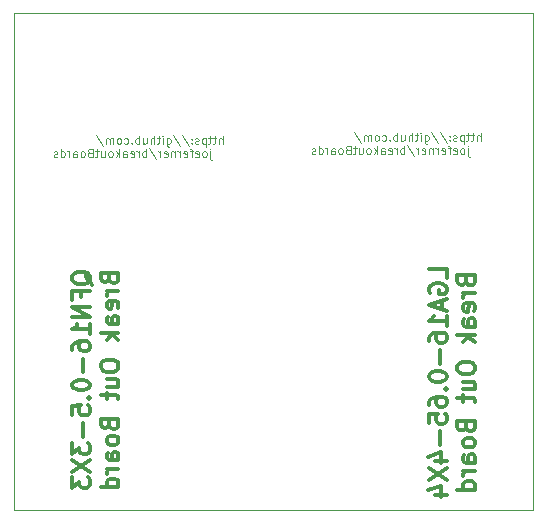
<source format=gbo>
G04 (created by PCBNEW (2013-mar-13)-testing) date Sun 09 Jun 2013 10:01:08 PM EDT*
%MOIN*%
G04 Gerber Fmt 3.4, Leading zero omitted, Abs format*
%FSLAX34Y34*%
G01*
G70*
G90*
G04 APERTURE LIST*
%ADD10C,0.005906*%
%ADD11C,0.011811*%
%ADD12C,0.003937*%
%ADD13C,0.004921*%
G04 APERTURE END LIST*
G54D10*
G54D11*
X69007Y-48087D02*
X69007Y-47806D01*
X68416Y-47806D01*
X68444Y-48593D02*
X68416Y-48537D01*
X68416Y-48453D01*
X68444Y-48368D01*
X68501Y-48312D01*
X68557Y-48284D01*
X68669Y-48256D01*
X68754Y-48256D01*
X68866Y-48284D01*
X68922Y-48312D01*
X68979Y-48368D01*
X69007Y-48453D01*
X69007Y-48509D01*
X68979Y-48593D01*
X68951Y-48622D01*
X68754Y-48622D01*
X68754Y-48509D01*
X68838Y-48847D02*
X68838Y-49128D01*
X69007Y-48790D02*
X68416Y-48987D01*
X69007Y-49184D01*
X69007Y-49690D02*
X69007Y-49353D01*
X69007Y-49521D02*
X68416Y-49521D01*
X68501Y-49465D01*
X68557Y-49409D01*
X68585Y-49353D01*
X68416Y-50196D02*
X68416Y-50084D01*
X68444Y-50028D01*
X68473Y-50000D01*
X68557Y-49943D01*
X68669Y-49915D01*
X68894Y-49915D01*
X68951Y-49943D01*
X68979Y-49971D01*
X69007Y-50028D01*
X69007Y-50140D01*
X68979Y-50196D01*
X68951Y-50224D01*
X68894Y-50253D01*
X68754Y-50253D01*
X68697Y-50224D01*
X68669Y-50196D01*
X68641Y-50140D01*
X68641Y-50028D01*
X68669Y-49971D01*
X68697Y-49943D01*
X68754Y-49915D01*
X68782Y-50506D02*
X68782Y-50956D01*
X68416Y-51349D02*
X68416Y-51406D01*
X68444Y-51462D01*
X68473Y-51490D01*
X68529Y-51518D01*
X68641Y-51546D01*
X68782Y-51546D01*
X68894Y-51518D01*
X68951Y-51490D01*
X68979Y-51462D01*
X69007Y-51406D01*
X69007Y-51349D01*
X68979Y-51293D01*
X68951Y-51265D01*
X68894Y-51237D01*
X68782Y-51209D01*
X68641Y-51209D01*
X68529Y-51237D01*
X68473Y-51265D01*
X68444Y-51293D01*
X68416Y-51349D01*
X68951Y-51799D02*
X68979Y-51827D01*
X69007Y-51799D01*
X68979Y-51771D01*
X68951Y-51799D01*
X69007Y-51799D01*
X68416Y-52334D02*
X68416Y-52221D01*
X68444Y-52165D01*
X68473Y-52137D01*
X68557Y-52080D01*
X68669Y-52052D01*
X68894Y-52052D01*
X68951Y-52080D01*
X68979Y-52109D01*
X69007Y-52165D01*
X69007Y-52277D01*
X68979Y-52334D01*
X68951Y-52362D01*
X68894Y-52390D01*
X68754Y-52390D01*
X68697Y-52362D01*
X68669Y-52334D01*
X68641Y-52277D01*
X68641Y-52165D01*
X68669Y-52109D01*
X68697Y-52080D01*
X68754Y-52052D01*
X68416Y-52924D02*
X68416Y-52643D01*
X68697Y-52615D01*
X68669Y-52643D01*
X68641Y-52699D01*
X68641Y-52840D01*
X68669Y-52896D01*
X68697Y-52924D01*
X68754Y-52952D01*
X68894Y-52952D01*
X68951Y-52924D01*
X68979Y-52896D01*
X69007Y-52840D01*
X69007Y-52699D01*
X68979Y-52643D01*
X68951Y-52615D01*
X68782Y-53205D02*
X68782Y-53655D01*
X68613Y-54190D02*
X69007Y-54190D01*
X68388Y-54049D02*
X68810Y-53908D01*
X68810Y-54274D01*
X68416Y-54443D02*
X69007Y-54836D01*
X68416Y-54836D02*
X69007Y-54443D01*
X68613Y-55314D02*
X69007Y-55314D01*
X68388Y-55174D02*
X68810Y-55033D01*
X68810Y-55399D01*
X69642Y-48200D02*
X69670Y-48284D01*
X69699Y-48312D01*
X69755Y-48340D01*
X69839Y-48340D01*
X69895Y-48312D01*
X69924Y-48284D01*
X69952Y-48228D01*
X69952Y-48003D01*
X69361Y-48003D01*
X69361Y-48200D01*
X69389Y-48256D01*
X69417Y-48284D01*
X69474Y-48312D01*
X69530Y-48312D01*
X69586Y-48284D01*
X69614Y-48256D01*
X69642Y-48200D01*
X69642Y-48003D01*
X69952Y-48593D02*
X69558Y-48593D01*
X69670Y-48593D02*
X69614Y-48622D01*
X69586Y-48650D01*
X69558Y-48706D01*
X69558Y-48762D01*
X69924Y-49184D02*
X69952Y-49128D01*
X69952Y-49015D01*
X69924Y-48959D01*
X69867Y-48931D01*
X69642Y-48931D01*
X69586Y-48959D01*
X69558Y-49015D01*
X69558Y-49128D01*
X69586Y-49184D01*
X69642Y-49212D01*
X69699Y-49212D01*
X69755Y-48931D01*
X69952Y-49718D02*
X69642Y-49718D01*
X69586Y-49690D01*
X69558Y-49634D01*
X69558Y-49521D01*
X69586Y-49465D01*
X69924Y-49718D02*
X69952Y-49662D01*
X69952Y-49521D01*
X69924Y-49465D01*
X69867Y-49437D01*
X69811Y-49437D01*
X69755Y-49465D01*
X69727Y-49521D01*
X69727Y-49662D01*
X69699Y-49718D01*
X69952Y-50000D02*
X69361Y-50000D01*
X69727Y-50056D02*
X69952Y-50224D01*
X69558Y-50224D02*
X69783Y-50000D01*
X69361Y-51040D02*
X69361Y-51152D01*
X69389Y-51209D01*
X69446Y-51265D01*
X69558Y-51293D01*
X69755Y-51293D01*
X69867Y-51265D01*
X69924Y-51209D01*
X69952Y-51152D01*
X69952Y-51040D01*
X69924Y-50984D01*
X69867Y-50928D01*
X69755Y-50899D01*
X69558Y-50899D01*
X69446Y-50928D01*
X69389Y-50984D01*
X69361Y-51040D01*
X69558Y-51799D02*
X69952Y-51799D01*
X69558Y-51546D02*
X69867Y-51546D01*
X69924Y-51574D01*
X69952Y-51631D01*
X69952Y-51715D01*
X69924Y-51771D01*
X69895Y-51799D01*
X69558Y-51996D02*
X69558Y-52221D01*
X69361Y-52080D02*
X69867Y-52080D01*
X69924Y-52109D01*
X69952Y-52165D01*
X69952Y-52221D01*
X69642Y-53065D02*
X69670Y-53149D01*
X69699Y-53177D01*
X69755Y-53205D01*
X69839Y-53205D01*
X69895Y-53177D01*
X69924Y-53149D01*
X69952Y-53093D01*
X69952Y-52868D01*
X69361Y-52868D01*
X69361Y-53065D01*
X69389Y-53121D01*
X69417Y-53149D01*
X69474Y-53177D01*
X69530Y-53177D01*
X69586Y-53149D01*
X69614Y-53121D01*
X69642Y-53065D01*
X69642Y-52868D01*
X69952Y-53543D02*
X69924Y-53487D01*
X69895Y-53458D01*
X69839Y-53430D01*
X69670Y-53430D01*
X69614Y-53458D01*
X69586Y-53487D01*
X69558Y-53543D01*
X69558Y-53627D01*
X69586Y-53683D01*
X69614Y-53712D01*
X69670Y-53740D01*
X69839Y-53740D01*
X69895Y-53712D01*
X69924Y-53683D01*
X69952Y-53627D01*
X69952Y-53543D01*
X69952Y-54246D02*
X69642Y-54246D01*
X69586Y-54218D01*
X69558Y-54161D01*
X69558Y-54049D01*
X69586Y-53993D01*
X69924Y-54246D02*
X69952Y-54190D01*
X69952Y-54049D01*
X69924Y-53993D01*
X69867Y-53965D01*
X69811Y-53965D01*
X69755Y-53993D01*
X69727Y-54049D01*
X69727Y-54190D01*
X69699Y-54246D01*
X69952Y-54527D02*
X69558Y-54527D01*
X69670Y-54527D02*
X69614Y-54555D01*
X69586Y-54583D01*
X69558Y-54640D01*
X69558Y-54696D01*
X69952Y-55146D02*
X69361Y-55146D01*
X69924Y-55146D02*
X69952Y-55089D01*
X69952Y-54977D01*
X69924Y-54921D01*
X69895Y-54893D01*
X69839Y-54865D01*
X69670Y-54865D01*
X69614Y-54893D01*
X69586Y-54921D01*
X69558Y-54977D01*
X69558Y-55089D01*
X69586Y-55146D01*
X57173Y-48318D02*
X57145Y-48262D01*
X57089Y-48205D01*
X57005Y-48121D01*
X56976Y-48065D01*
X56976Y-48008D01*
X57117Y-48037D02*
X57089Y-47980D01*
X57033Y-47924D01*
X56920Y-47896D01*
X56723Y-47896D01*
X56611Y-47924D01*
X56555Y-47980D01*
X56526Y-48037D01*
X56526Y-48149D01*
X56555Y-48205D01*
X56611Y-48262D01*
X56723Y-48290D01*
X56920Y-48290D01*
X57033Y-48262D01*
X57089Y-48205D01*
X57117Y-48149D01*
X57117Y-48037D01*
X56808Y-48740D02*
X56808Y-48543D01*
X57117Y-48543D02*
X56526Y-48543D01*
X56526Y-48824D01*
X57117Y-49049D02*
X56526Y-49049D01*
X57117Y-49386D01*
X56526Y-49386D01*
X57117Y-49977D02*
X57117Y-49640D01*
X57117Y-49808D02*
X56526Y-49808D01*
X56611Y-49752D01*
X56667Y-49696D01*
X56695Y-49640D01*
X56526Y-50483D02*
X56526Y-50371D01*
X56555Y-50314D01*
X56583Y-50286D01*
X56667Y-50230D01*
X56780Y-50202D01*
X57005Y-50202D01*
X57061Y-50230D01*
X57089Y-50258D01*
X57117Y-50314D01*
X57117Y-50427D01*
X57089Y-50483D01*
X57061Y-50511D01*
X57005Y-50539D01*
X56864Y-50539D01*
X56808Y-50511D01*
X56780Y-50483D01*
X56751Y-50427D01*
X56751Y-50314D01*
X56780Y-50258D01*
X56808Y-50230D01*
X56864Y-50202D01*
X56892Y-50793D02*
X56892Y-51242D01*
X56526Y-51636D02*
X56526Y-51692D01*
X56555Y-51749D01*
X56583Y-51777D01*
X56639Y-51805D01*
X56751Y-51833D01*
X56892Y-51833D01*
X57005Y-51805D01*
X57061Y-51777D01*
X57089Y-51749D01*
X57117Y-51692D01*
X57117Y-51636D01*
X57089Y-51580D01*
X57061Y-51552D01*
X57005Y-51524D01*
X56892Y-51496D01*
X56751Y-51496D01*
X56639Y-51524D01*
X56583Y-51552D01*
X56555Y-51580D01*
X56526Y-51636D01*
X57061Y-52086D02*
X57089Y-52114D01*
X57117Y-52086D01*
X57089Y-52058D01*
X57061Y-52086D01*
X57117Y-52086D01*
X56526Y-52649D02*
X56526Y-52367D01*
X56808Y-52339D01*
X56780Y-52367D01*
X56751Y-52424D01*
X56751Y-52564D01*
X56780Y-52620D01*
X56808Y-52649D01*
X56864Y-52677D01*
X57005Y-52677D01*
X57061Y-52649D01*
X57089Y-52620D01*
X57117Y-52564D01*
X57117Y-52424D01*
X57089Y-52367D01*
X57061Y-52339D01*
X56892Y-52930D02*
X56892Y-53380D01*
X56526Y-53605D02*
X56526Y-53970D01*
X56751Y-53773D01*
X56751Y-53858D01*
X56780Y-53914D01*
X56808Y-53942D01*
X56864Y-53970D01*
X57005Y-53970D01*
X57061Y-53942D01*
X57089Y-53914D01*
X57117Y-53858D01*
X57117Y-53689D01*
X57089Y-53633D01*
X57061Y-53605D01*
X56526Y-54167D02*
X57117Y-54561D01*
X56526Y-54561D02*
X57117Y-54167D01*
X56526Y-54730D02*
X56526Y-55095D01*
X56751Y-54898D01*
X56751Y-54983D01*
X56780Y-55039D01*
X56808Y-55067D01*
X56864Y-55095D01*
X57005Y-55095D01*
X57061Y-55067D01*
X57089Y-55039D01*
X57117Y-54983D01*
X57117Y-54814D01*
X57089Y-54758D01*
X57061Y-54730D01*
X57753Y-48121D02*
X57781Y-48205D01*
X57809Y-48233D01*
X57865Y-48262D01*
X57949Y-48262D01*
X58006Y-48233D01*
X58034Y-48205D01*
X58062Y-48149D01*
X58062Y-47924D01*
X57471Y-47924D01*
X57471Y-48121D01*
X57500Y-48177D01*
X57528Y-48205D01*
X57584Y-48233D01*
X57640Y-48233D01*
X57696Y-48205D01*
X57724Y-48177D01*
X57753Y-48121D01*
X57753Y-47924D01*
X58062Y-48515D02*
X57668Y-48515D01*
X57781Y-48515D02*
X57724Y-48543D01*
X57696Y-48571D01*
X57668Y-48627D01*
X57668Y-48683D01*
X58034Y-49105D02*
X58062Y-49049D01*
X58062Y-48937D01*
X58034Y-48880D01*
X57978Y-48852D01*
X57753Y-48852D01*
X57696Y-48880D01*
X57668Y-48937D01*
X57668Y-49049D01*
X57696Y-49105D01*
X57753Y-49133D01*
X57809Y-49133D01*
X57865Y-48852D01*
X58062Y-49640D02*
X57753Y-49640D01*
X57696Y-49611D01*
X57668Y-49555D01*
X57668Y-49443D01*
X57696Y-49386D01*
X58034Y-49640D02*
X58062Y-49583D01*
X58062Y-49443D01*
X58034Y-49386D01*
X57978Y-49358D01*
X57921Y-49358D01*
X57865Y-49386D01*
X57837Y-49443D01*
X57837Y-49583D01*
X57809Y-49640D01*
X58062Y-49921D02*
X57471Y-49921D01*
X57837Y-49977D02*
X58062Y-50146D01*
X57668Y-50146D02*
X57893Y-49921D01*
X57471Y-50961D02*
X57471Y-51074D01*
X57500Y-51130D01*
X57556Y-51186D01*
X57668Y-51214D01*
X57865Y-51214D01*
X57978Y-51186D01*
X58034Y-51130D01*
X58062Y-51074D01*
X58062Y-50961D01*
X58034Y-50905D01*
X57978Y-50849D01*
X57865Y-50821D01*
X57668Y-50821D01*
X57556Y-50849D01*
X57500Y-50905D01*
X57471Y-50961D01*
X57668Y-51721D02*
X58062Y-51721D01*
X57668Y-51467D02*
X57978Y-51467D01*
X58034Y-51496D01*
X58062Y-51552D01*
X58062Y-51636D01*
X58034Y-51692D01*
X58006Y-51721D01*
X57668Y-51917D02*
X57668Y-52142D01*
X57471Y-52002D02*
X57978Y-52002D01*
X58034Y-52030D01*
X58062Y-52086D01*
X58062Y-52142D01*
X57753Y-52986D02*
X57781Y-53070D01*
X57809Y-53098D01*
X57865Y-53127D01*
X57949Y-53127D01*
X58006Y-53098D01*
X58034Y-53070D01*
X58062Y-53014D01*
X58062Y-52789D01*
X57471Y-52789D01*
X57471Y-52986D01*
X57500Y-53042D01*
X57528Y-53070D01*
X57584Y-53098D01*
X57640Y-53098D01*
X57696Y-53070D01*
X57724Y-53042D01*
X57753Y-52986D01*
X57753Y-52789D01*
X58062Y-53464D02*
X58034Y-53408D01*
X58006Y-53380D01*
X57949Y-53352D01*
X57781Y-53352D01*
X57724Y-53380D01*
X57696Y-53408D01*
X57668Y-53464D01*
X57668Y-53548D01*
X57696Y-53605D01*
X57724Y-53633D01*
X57781Y-53661D01*
X57949Y-53661D01*
X58006Y-53633D01*
X58034Y-53605D01*
X58062Y-53548D01*
X58062Y-53464D01*
X58062Y-54167D02*
X57753Y-54167D01*
X57696Y-54139D01*
X57668Y-54083D01*
X57668Y-53970D01*
X57696Y-53914D01*
X58034Y-54167D02*
X58062Y-54111D01*
X58062Y-53970D01*
X58034Y-53914D01*
X57978Y-53886D01*
X57921Y-53886D01*
X57865Y-53914D01*
X57837Y-53970D01*
X57837Y-54111D01*
X57809Y-54167D01*
X58062Y-54448D02*
X57668Y-54448D01*
X57781Y-54448D02*
X57724Y-54476D01*
X57696Y-54505D01*
X57668Y-54561D01*
X57668Y-54617D01*
X58062Y-55067D02*
X57471Y-55067D01*
X58034Y-55067D02*
X58062Y-55011D01*
X58062Y-54898D01*
X58034Y-54842D01*
X58006Y-54814D01*
X57949Y-54786D01*
X57781Y-54786D01*
X57724Y-54814D01*
X57696Y-54842D01*
X57668Y-54898D01*
X57668Y-55011D01*
X57696Y-55067D01*
G54D12*
X54566Y-55826D02*
X71870Y-55826D01*
X54566Y-39251D02*
X54566Y-55826D01*
X71870Y-39251D02*
X71870Y-55826D01*
X54566Y-39251D02*
X71870Y-39251D01*
G54D13*
X70132Y-43524D02*
X70132Y-43249D01*
X70014Y-43524D02*
X70014Y-43380D01*
X70027Y-43354D01*
X70054Y-43340D01*
X70093Y-43340D01*
X70119Y-43354D01*
X70132Y-43367D01*
X69922Y-43340D02*
X69817Y-43340D01*
X69883Y-43249D02*
X69883Y-43485D01*
X69870Y-43511D01*
X69844Y-43524D01*
X69817Y-43524D01*
X69765Y-43340D02*
X69660Y-43340D01*
X69725Y-43249D02*
X69725Y-43485D01*
X69712Y-43511D01*
X69686Y-43524D01*
X69660Y-43524D01*
X69568Y-43340D02*
X69568Y-43616D01*
X69568Y-43354D02*
X69542Y-43340D01*
X69489Y-43340D01*
X69463Y-43354D01*
X69450Y-43367D01*
X69437Y-43393D01*
X69437Y-43472D01*
X69450Y-43498D01*
X69463Y-43511D01*
X69489Y-43524D01*
X69542Y-43524D01*
X69568Y-43511D01*
X69332Y-43511D02*
X69306Y-43524D01*
X69253Y-43524D01*
X69227Y-43511D01*
X69214Y-43485D01*
X69214Y-43472D01*
X69227Y-43445D01*
X69253Y-43432D01*
X69292Y-43432D01*
X69319Y-43419D01*
X69332Y-43393D01*
X69332Y-43380D01*
X69319Y-43354D01*
X69292Y-43340D01*
X69253Y-43340D01*
X69227Y-43354D01*
X69096Y-43498D02*
X69082Y-43511D01*
X69096Y-43524D01*
X69109Y-43511D01*
X69096Y-43498D01*
X69096Y-43524D01*
X69096Y-43354D02*
X69082Y-43367D01*
X69096Y-43380D01*
X69109Y-43367D01*
X69096Y-43354D01*
X69096Y-43380D01*
X68767Y-43235D02*
X69004Y-43590D01*
X68479Y-43235D02*
X68715Y-43590D01*
X68269Y-43340D02*
X68269Y-43564D01*
X68282Y-43590D01*
X68295Y-43603D01*
X68321Y-43616D01*
X68361Y-43616D01*
X68387Y-43603D01*
X68269Y-43511D02*
X68295Y-43524D01*
X68348Y-43524D01*
X68374Y-43511D01*
X68387Y-43498D01*
X68400Y-43472D01*
X68400Y-43393D01*
X68387Y-43367D01*
X68374Y-43354D01*
X68348Y-43340D01*
X68295Y-43340D01*
X68269Y-43354D01*
X68138Y-43524D02*
X68138Y-43340D01*
X68138Y-43249D02*
X68151Y-43262D01*
X68138Y-43275D01*
X68124Y-43262D01*
X68138Y-43249D01*
X68138Y-43275D01*
X68046Y-43340D02*
X67941Y-43340D01*
X68006Y-43249D02*
X68006Y-43485D01*
X67993Y-43511D01*
X67967Y-43524D01*
X67941Y-43524D01*
X67849Y-43524D02*
X67849Y-43249D01*
X67731Y-43524D02*
X67731Y-43380D01*
X67744Y-43354D01*
X67770Y-43340D01*
X67809Y-43340D01*
X67836Y-43354D01*
X67849Y-43367D01*
X67481Y-43340D02*
X67481Y-43524D01*
X67600Y-43340D02*
X67600Y-43485D01*
X67586Y-43511D01*
X67560Y-43524D01*
X67521Y-43524D01*
X67495Y-43511D01*
X67481Y-43498D01*
X67350Y-43524D02*
X67350Y-43249D01*
X67350Y-43354D02*
X67324Y-43340D01*
X67271Y-43340D01*
X67245Y-43354D01*
X67232Y-43367D01*
X67219Y-43393D01*
X67219Y-43472D01*
X67232Y-43498D01*
X67245Y-43511D01*
X67271Y-43524D01*
X67324Y-43524D01*
X67350Y-43511D01*
X67101Y-43498D02*
X67088Y-43511D01*
X67101Y-43524D01*
X67114Y-43511D01*
X67101Y-43498D01*
X67101Y-43524D01*
X66851Y-43511D02*
X66878Y-43524D01*
X66930Y-43524D01*
X66956Y-43511D01*
X66970Y-43498D01*
X66983Y-43472D01*
X66983Y-43393D01*
X66970Y-43367D01*
X66956Y-43354D01*
X66930Y-43340D01*
X66878Y-43340D01*
X66851Y-43354D01*
X66694Y-43524D02*
X66720Y-43511D01*
X66733Y-43498D01*
X66746Y-43472D01*
X66746Y-43393D01*
X66733Y-43367D01*
X66720Y-43354D01*
X66694Y-43340D01*
X66655Y-43340D01*
X66628Y-43354D01*
X66615Y-43367D01*
X66602Y-43393D01*
X66602Y-43472D01*
X66615Y-43498D01*
X66628Y-43511D01*
X66655Y-43524D01*
X66694Y-43524D01*
X66484Y-43524D02*
X66484Y-43340D01*
X66484Y-43367D02*
X66471Y-43354D01*
X66445Y-43340D01*
X66405Y-43340D01*
X66379Y-43354D01*
X66366Y-43380D01*
X66366Y-43524D01*
X66366Y-43380D02*
X66353Y-43354D01*
X66327Y-43340D01*
X66287Y-43340D01*
X66261Y-43354D01*
X66248Y-43380D01*
X66248Y-43524D01*
X65920Y-43235D02*
X66156Y-43590D01*
X69712Y-43775D02*
X69712Y-44012D01*
X69725Y-44038D01*
X69752Y-44051D01*
X69765Y-44051D01*
X69712Y-43684D02*
X69725Y-43697D01*
X69712Y-43710D01*
X69699Y-43697D01*
X69712Y-43684D01*
X69712Y-43710D01*
X69542Y-43959D02*
X69568Y-43946D01*
X69581Y-43933D01*
X69594Y-43907D01*
X69594Y-43828D01*
X69581Y-43802D01*
X69568Y-43789D01*
X69542Y-43775D01*
X69502Y-43775D01*
X69476Y-43789D01*
X69463Y-43802D01*
X69450Y-43828D01*
X69450Y-43907D01*
X69463Y-43933D01*
X69476Y-43946D01*
X69502Y-43959D01*
X69542Y-43959D01*
X69227Y-43946D02*
X69253Y-43959D01*
X69306Y-43959D01*
X69332Y-43946D01*
X69345Y-43920D01*
X69345Y-43815D01*
X69332Y-43789D01*
X69306Y-43775D01*
X69253Y-43775D01*
X69227Y-43789D01*
X69214Y-43815D01*
X69214Y-43841D01*
X69345Y-43867D01*
X69135Y-43775D02*
X69030Y-43775D01*
X69096Y-43959D02*
X69096Y-43723D01*
X69082Y-43697D01*
X69056Y-43684D01*
X69030Y-43684D01*
X68833Y-43946D02*
X68859Y-43959D01*
X68912Y-43959D01*
X68938Y-43946D01*
X68951Y-43920D01*
X68951Y-43815D01*
X68938Y-43789D01*
X68912Y-43775D01*
X68859Y-43775D01*
X68833Y-43789D01*
X68820Y-43815D01*
X68820Y-43841D01*
X68951Y-43867D01*
X68702Y-43959D02*
X68702Y-43775D01*
X68702Y-43828D02*
X68689Y-43802D01*
X68676Y-43789D01*
X68649Y-43775D01*
X68623Y-43775D01*
X68531Y-43775D02*
X68531Y-43959D01*
X68531Y-43802D02*
X68518Y-43789D01*
X68492Y-43775D01*
X68453Y-43775D01*
X68426Y-43789D01*
X68413Y-43815D01*
X68413Y-43959D01*
X68177Y-43946D02*
X68203Y-43959D01*
X68256Y-43959D01*
X68282Y-43946D01*
X68295Y-43920D01*
X68295Y-43815D01*
X68282Y-43789D01*
X68256Y-43775D01*
X68203Y-43775D01*
X68177Y-43789D01*
X68164Y-43815D01*
X68164Y-43841D01*
X68295Y-43867D01*
X68046Y-43959D02*
X68046Y-43775D01*
X68046Y-43828D02*
X68033Y-43802D01*
X68019Y-43789D01*
X67993Y-43775D01*
X67967Y-43775D01*
X67678Y-43670D02*
X67914Y-44025D01*
X67586Y-43959D02*
X67586Y-43684D01*
X67586Y-43789D02*
X67560Y-43775D01*
X67508Y-43775D01*
X67481Y-43789D01*
X67468Y-43802D01*
X67455Y-43828D01*
X67455Y-43907D01*
X67468Y-43933D01*
X67481Y-43946D01*
X67508Y-43959D01*
X67560Y-43959D01*
X67586Y-43946D01*
X67337Y-43959D02*
X67337Y-43775D01*
X67337Y-43828D02*
X67324Y-43802D01*
X67311Y-43789D01*
X67285Y-43775D01*
X67258Y-43775D01*
X67061Y-43946D02*
X67088Y-43959D01*
X67140Y-43959D01*
X67166Y-43946D01*
X67180Y-43920D01*
X67180Y-43815D01*
X67166Y-43789D01*
X67140Y-43775D01*
X67088Y-43775D01*
X67061Y-43789D01*
X67048Y-43815D01*
X67048Y-43841D01*
X67180Y-43867D01*
X66812Y-43959D02*
X66812Y-43815D01*
X66825Y-43789D01*
X66851Y-43775D01*
X66904Y-43775D01*
X66930Y-43789D01*
X66812Y-43946D02*
X66838Y-43959D01*
X66904Y-43959D01*
X66930Y-43946D01*
X66943Y-43920D01*
X66943Y-43894D01*
X66930Y-43867D01*
X66904Y-43854D01*
X66838Y-43854D01*
X66812Y-43841D01*
X66681Y-43959D02*
X66681Y-43684D01*
X66655Y-43854D02*
X66576Y-43959D01*
X66576Y-43775D02*
X66681Y-43880D01*
X66418Y-43959D02*
X66445Y-43946D01*
X66458Y-43933D01*
X66471Y-43907D01*
X66471Y-43828D01*
X66458Y-43802D01*
X66445Y-43789D01*
X66418Y-43775D01*
X66379Y-43775D01*
X66353Y-43789D01*
X66340Y-43802D01*
X66327Y-43828D01*
X66327Y-43907D01*
X66340Y-43933D01*
X66353Y-43946D01*
X66379Y-43959D01*
X66418Y-43959D01*
X66090Y-43775D02*
X66090Y-43959D01*
X66208Y-43775D02*
X66208Y-43920D01*
X66195Y-43946D01*
X66169Y-43959D01*
X66130Y-43959D01*
X66103Y-43946D01*
X66090Y-43933D01*
X65998Y-43775D02*
X65893Y-43775D01*
X65959Y-43684D02*
X65959Y-43920D01*
X65946Y-43946D01*
X65920Y-43959D01*
X65893Y-43959D01*
X65710Y-43815D02*
X65670Y-43828D01*
X65657Y-43841D01*
X65644Y-43867D01*
X65644Y-43907D01*
X65657Y-43933D01*
X65670Y-43946D01*
X65697Y-43959D01*
X65802Y-43959D01*
X65802Y-43684D01*
X65710Y-43684D01*
X65683Y-43697D01*
X65670Y-43710D01*
X65657Y-43736D01*
X65657Y-43762D01*
X65670Y-43789D01*
X65683Y-43802D01*
X65710Y-43815D01*
X65802Y-43815D01*
X65487Y-43959D02*
X65513Y-43946D01*
X65526Y-43933D01*
X65539Y-43907D01*
X65539Y-43828D01*
X65526Y-43802D01*
X65513Y-43789D01*
X65487Y-43775D01*
X65447Y-43775D01*
X65421Y-43789D01*
X65408Y-43802D01*
X65395Y-43828D01*
X65395Y-43907D01*
X65408Y-43933D01*
X65421Y-43946D01*
X65447Y-43959D01*
X65487Y-43959D01*
X65159Y-43959D02*
X65159Y-43815D01*
X65172Y-43789D01*
X65198Y-43775D01*
X65250Y-43775D01*
X65277Y-43789D01*
X65159Y-43946D02*
X65185Y-43959D01*
X65250Y-43959D01*
X65277Y-43946D01*
X65290Y-43920D01*
X65290Y-43894D01*
X65277Y-43867D01*
X65250Y-43854D01*
X65185Y-43854D01*
X65159Y-43841D01*
X65027Y-43959D02*
X65027Y-43775D01*
X65027Y-43828D02*
X65014Y-43802D01*
X65001Y-43789D01*
X64975Y-43775D01*
X64949Y-43775D01*
X64739Y-43959D02*
X64739Y-43684D01*
X64739Y-43946D02*
X64765Y-43959D01*
X64817Y-43959D01*
X64844Y-43946D01*
X64857Y-43933D01*
X64870Y-43907D01*
X64870Y-43828D01*
X64857Y-43802D01*
X64844Y-43789D01*
X64817Y-43775D01*
X64765Y-43775D01*
X64739Y-43789D01*
X64620Y-43946D02*
X64594Y-43959D01*
X64542Y-43959D01*
X64516Y-43946D01*
X64502Y-43920D01*
X64502Y-43907D01*
X64516Y-43880D01*
X64542Y-43867D01*
X64581Y-43867D01*
X64607Y-43854D01*
X64620Y-43828D01*
X64620Y-43815D01*
X64607Y-43789D01*
X64581Y-43775D01*
X64542Y-43775D01*
X64516Y-43789D01*
X61534Y-43624D02*
X61534Y-43349D01*
X61416Y-43624D02*
X61416Y-43480D01*
X61429Y-43454D01*
X61455Y-43440D01*
X61495Y-43440D01*
X61521Y-43454D01*
X61534Y-43467D01*
X61324Y-43440D02*
X61219Y-43440D01*
X61285Y-43349D02*
X61285Y-43585D01*
X61271Y-43611D01*
X61245Y-43624D01*
X61219Y-43624D01*
X61166Y-43440D02*
X61061Y-43440D01*
X61127Y-43349D02*
X61127Y-43585D01*
X61114Y-43611D01*
X61088Y-43624D01*
X61061Y-43624D01*
X60970Y-43440D02*
X60970Y-43716D01*
X60970Y-43454D02*
X60943Y-43440D01*
X60891Y-43440D01*
X60865Y-43454D01*
X60851Y-43467D01*
X60838Y-43493D01*
X60838Y-43572D01*
X60851Y-43598D01*
X60865Y-43611D01*
X60891Y-43624D01*
X60943Y-43624D01*
X60970Y-43611D01*
X60733Y-43611D02*
X60707Y-43624D01*
X60655Y-43624D01*
X60628Y-43611D01*
X60615Y-43585D01*
X60615Y-43572D01*
X60628Y-43545D01*
X60655Y-43532D01*
X60694Y-43532D01*
X60720Y-43519D01*
X60733Y-43493D01*
X60733Y-43480D01*
X60720Y-43454D01*
X60694Y-43440D01*
X60655Y-43440D01*
X60628Y-43454D01*
X60497Y-43598D02*
X60484Y-43611D01*
X60497Y-43624D01*
X60510Y-43611D01*
X60497Y-43598D01*
X60497Y-43624D01*
X60497Y-43454D02*
X60484Y-43467D01*
X60497Y-43480D01*
X60510Y-43467D01*
X60497Y-43454D01*
X60497Y-43480D01*
X60169Y-43335D02*
X60405Y-43690D01*
X59880Y-43335D02*
X60117Y-43690D01*
X59670Y-43440D02*
X59670Y-43664D01*
X59683Y-43690D01*
X59697Y-43703D01*
X59723Y-43716D01*
X59762Y-43716D01*
X59788Y-43703D01*
X59670Y-43611D02*
X59697Y-43624D01*
X59749Y-43624D01*
X59775Y-43611D01*
X59788Y-43598D01*
X59802Y-43572D01*
X59802Y-43493D01*
X59788Y-43467D01*
X59775Y-43454D01*
X59749Y-43440D01*
X59697Y-43440D01*
X59670Y-43454D01*
X59539Y-43624D02*
X59539Y-43440D01*
X59539Y-43349D02*
X59552Y-43362D01*
X59539Y-43375D01*
X59526Y-43362D01*
X59539Y-43349D01*
X59539Y-43375D01*
X59447Y-43440D02*
X59342Y-43440D01*
X59408Y-43349D02*
X59408Y-43585D01*
X59395Y-43611D01*
X59369Y-43624D01*
X59342Y-43624D01*
X59250Y-43624D02*
X59250Y-43349D01*
X59132Y-43624D02*
X59132Y-43480D01*
X59145Y-43454D01*
X59172Y-43440D01*
X59211Y-43440D01*
X59237Y-43454D01*
X59250Y-43467D01*
X58883Y-43440D02*
X58883Y-43624D01*
X59001Y-43440D02*
X59001Y-43585D01*
X58988Y-43611D01*
X58962Y-43624D01*
X58922Y-43624D01*
X58896Y-43611D01*
X58883Y-43598D01*
X58752Y-43624D02*
X58752Y-43349D01*
X58752Y-43454D02*
X58725Y-43440D01*
X58673Y-43440D01*
X58647Y-43454D01*
X58634Y-43467D01*
X58620Y-43493D01*
X58620Y-43572D01*
X58634Y-43598D01*
X58647Y-43611D01*
X58673Y-43624D01*
X58725Y-43624D01*
X58752Y-43611D01*
X58502Y-43598D02*
X58489Y-43611D01*
X58502Y-43624D01*
X58516Y-43611D01*
X58502Y-43598D01*
X58502Y-43624D01*
X58253Y-43611D02*
X58279Y-43624D01*
X58332Y-43624D01*
X58358Y-43611D01*
X58371Y-43598D01*
X58384Y-43572D01*
X58384Y-43493D01*
X58371Y-43467D01*
X58358Y-43454D01*
X58332Y-43440D01*
X58279Y-43440D01*
X58253Y-43454D01*
X58096Y-43624D02*
X58122Y-43611D01*
X58135Y-43598D01*
X58148Y-43572D01*
X58148Y-43493D01*
X58135Y-43467D01*
X58122Y-43454D01*
X58096Y-43440D01*
X58056Y-43440D01*
X58030Y-43454D01*
X58017Y-43467D01*
X58004Y-43493D01*
X58004Y-43572D01*
X58017Y-43598D01*
X58030Y-43611D01*
X58056Y-43624D01*
X58096Y-43624D01*
X57886Y-43624D02*
X57886Y-43440D01*
X57886Y-43467D02*
X57872Y-43454D01*
X57846Y-43440D01*
X57807Y-43440D01*
X57781Y-43454D01*
X57767Y-43480D01*
X57767Y-43624D01*
X57767Y-43480D02*
X57754Y-43454D01*
X57728Y-43440D01*
X57689Y-43440D01*
X57662Y-43454D01*
X57649Y-43480D01*
X57649Y-43624D01*
X57321Y-43335D02*
X57558Y-43690D01*
X61114Y-43875D02*
X61114Y-44112D01*
X61127Y-44138D01*
X61153Y-44151D01*
X61166Y-44151D01*
X61114Y-43784D02*
X61127Y-43797D01*
X61114Y-43810D01*
X61101Y-43797D01*
X61114Y-43784D01*
X61114Y-43810D01*
X60943Y-44059D02*
X60970Y-44046D01*
X60983Y-44033D01*
X60996Y-44007D01*
X60996Y-43928D01*
X60983Y-43902D01*
X60970Y-43889D01*
X60943Y-43875D01*
X60904Y-43875D01*
X60878Y-43889D01*
X60865Y-43902D01*
X60851Y-43928D01*
X60851Y-44007D01*
X60865Y-44033D01*
X60878Y-44046D01*
X60904Y-44059D01*
X60943Y-44059D01*
X60628Y-44046D02*
X60655Y-44059D01*
X60707Y-44059D01*
X60733Y-44046D01*
X60746Y-44020D01*
X60746Y-43915D01*
X60733Y-43889D01*
X60707Y-43875D01*
X60655Y-43875D01*
X60628Y-43889D01*
X60615Y-43915D01*
X60615Y-43941D01*
X60746Y-43967D01*
X60537Y-43875D02*
X60432Y-43875D01*
X60497Y-44059D02*
X60497Y-43823D01*
X60484Y-43797D01*
X60458Y-43784D01*
X60432Y-43784D01*
X60235Y-44046D02*
X60261Y-44059D01*
X60313Y-44059D01*
X60340Y-44046D01*
X60353Y-44020D01*
X60353Y-43915D01*
X60340Y-43889D01*
X60313Y-43875D01*
X60261Y-43875D01*
X60235Y-43889D01*
X60222Y-43915D01*
X60222Y-43941D01*
X60353Y-43967D01*
X60103Y-44059D02*
X60103Y-43875D01*
X60103Y-43928D02*
X60090Y-43902D01*
X60077Y-43889D01*
X60051Y-43875D01*
X60025Y-43875D01*
X59933Y-43875D02*
X59933Y-44059D01*
X59933Y-43902D02*
X59920Y-43889D01*
X59893Y-43875D01*
X59854Y-43875D01*
X59828Y-43889D01*
X59815Y-43915D01*
X59815Y-44059D01*
X59579Y-44046D02*
X59605Y-44059D01*
X59657Y-44059D01*
X59683Y-44046D01*
X59697Y-44020D01*
X59697Y-43915D01*
X59683Y-43889D01*
X59657Y-43875D01*
X59605Y-43875D01*
X59579Y-43889D01*
X59565Y-43915D01*
X59565Y-43941D01*
X59697Y-43967D01*
X59447Y-44059D02*
X59447Y-43875D01*
X59447Y-43928D02*
X59434Y-43902D01*
X59421Y-43889D01*
X59395Y-43875D01*
X59369Y-43875D01*
X59080Y-43770D02*
X59316Y-44125D01*
X58988Y-44059D02*
X58988Y-43784D01*
X58988Y-43889D02*
X58962Y-43875D01*
X58909Y-43875D01*
X58883Y-43889D01*
X58870Y-43902D01*
X58857Y-43928D01*
X58857Y-44007D01*
X58870Y-44033D01*
X58883Y-44046D01*
X58909Y-44059D01*
X58962Y-44059D01*
X58988Y-44046D01*
X58739Y-44059D02*
X58739Y-43875D01*
X58739Y-43928D02*
X58725Y-43902D01*
X58712Y-43889D01*
X58686Y-43875D01*
X58660Y-43875D01*
X58463Y-44046D02*
X58489Y-44059D01*
X58542Y-44059D01*
X58568Y-44046D01*
X58581Y-44020D01*
X58581Y-43915D01*
X58568Y-43889D01*
X58542Y-43875D01*
X58489Y-43875D01*
X58463Y-43889D01*
X58450Y-43915D01*
X58450Y-43941D01*
X58581Y-43967D01*
X58214Y-44059D02*
X58214Y-43915D01*
X58227Y-43889D01*
X58253Y-43875D01*
X58306Y-43875D01*
X58332Y-43889D01*
X58214Y-44046D02*
X58240Y-44059D01*
X58306Y-44059D01*
X58332Y-44046D01*
X58345Y-44020D01*
X58345Y-43994D01*
X58332Y-43967D01*
X58306Y-43954D01*
X58240Y-43954D01*
X58214Y-43941D01*
X58082Y-44059D02*
X58082Y-43784D01*
X58056Y-43954D02*
X57977Y-44059D01*
X57977Y-43875D02*
X58082Y-43980D01*
X57820Y-44059D02*
X57846Y-44046D01*
X57859Y-44033D01*
X57872Y-44007D01*
X57872Y-43928D01*
X57859Y-43902D01*
X57846Y-43889D01*
X57820Y-43875D01*
X57781Y-43875D01*
X57754Y-43889D01*
X57741Y-43902D01*
X57728Y-43928D01*
X57728Y-44007D01*
X57741Y-44033D01*
X57754Y-44046D01*
X57781Y-44059D01*
X57820Y-44059D01*
X57492Y-43875D02*
X57492Y-44059D01*
X57610Y-43875D02*
X57610Y-44020D01*
X57597Y-44046D01*
X57571Y-44059D01*
X57531Y-44059D01*
X57505Y-44046D01*
X57492Y-44033D01*
X57400Y-43875D02*
X57295Y-43875D01*
X57361Y-43784D02*
X57361Y-44020D01*
X57348Y-44046D01*
X57321Y-44059D01*
X57295Y-44059D01*
X57111Y-43915D02*
X57072Y-43928D01*
X57059Y-43941D01*
X57046Y-43967D01*
X57046Y-44007D01*
X57059Y-44033D01*
X57072Y-44046D01*
X57098Y-44059D01*
X57203Y-44059D01*
X57203Y-43784D01*
X57111Y-43784D01*
X57085Y-43797D01*
X57072Y-43810D01*
X57059Y-43836D01*
X57059Y-43862D01*
X57072Y-43889D01*
X57085Y-43902D01*
X57111Y-43915D01*
X57203Y-43915D01*
X56888Y-44059D02*
X56914Y-44046D01*
X56928Y-44033D01*
X56941Y-44007D01*
X56941Y-43928D01*
X56928Y-43902D01*
X56914Y-43889D01*
X56888Y-43875D01*
X56849Y-43875D01*
X56823Y-43889D01*
X56809Y-43902D01*
X56796Y-43928D01*
X56796Y-44007D01*
X56809Y-44033D01*
X56823Y-44046D01*
X56849Y-44059D01*
X56888Y-44059D01*
X56560Y-44059D02*
X56560Y-43915D01*
X56573Y-43889D01*
X56600Y-43875D01*
X56652Y-43875D01*
X56678Y-43889D01*
X56560Y-44046D02*
X56586Y-44059D01*
X56652Y-44059D01*
X56678Y-44046D01*
X56691Y-44020D01*
X56691Y-43994D01*
X56678Y-43967D01*
X56652Y-43954D01*
X56586Y-43954D01*
X56560Y-43941D01*
X56429Y-44059D02*
X56429Y-43875D01*
X56429Y-43928D02*
X56416Y-43902D01*
X56403Y-43889D01*
X56376Y-43875D01*
X56350Y-43875D01*
X56140Y-44059D02*
X56140Y-43784D01*
X56140Y-44046D02*
X56166Y-44059D01*
X56219Y-44059D01*
X56245Y-44046D01*
X56258Y-44033D01*
X56271Y-44007D01*
X56271Y-43928D01*
X56258Y-43902D01*
X56245Y-43889D01*
X56219Y-43875D01*
X56166Y-43875D01*
X56140Y-43889D01*
X56022Y-44046D02*
X55996Y-44059D01*
X55943Y-44059D01*
X55917Y-44046D01*
X55904Y-44020D01*
X55904Y-44007D01*
X55917Y-43980D01*
X55943Y-43967D01*
X55983Y-43967D01*
X56009Y-43954D01*
X56022Y-43928D01*
X56022Y-43915D01*
X56009Y-43889D01*
X55983Y-43875D01*
X55943Y-43875D01*
X55917Y-43889D01*
M02*

</source>
